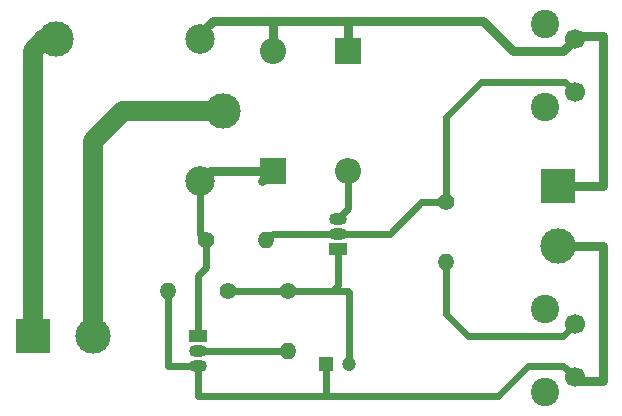
<source format=gbr>
%TF.GenerationSoftware,KiCad,Pcbnew,6.0.11+dfsg-1*%
%TF.CreationDate,2023-09-10T04:50:11+01:00*%
%TF.ProjectId,latch,6c617463-682e-46b6-9963-61645f706362,rev?*%
%TF.SameCoordinates,Original*%
%TF.FileFunction,Copper,L2,Bot*%
%TF.FilePolarity,Positive*%
%FSLAX46Y46*%
G04 Gerber Fmt 4.6, Leading zero omitted, Abs format (unit mm)*
G04 Created by KiCad (PCBNEW 6.0.11+dfsg-1) date 2023-09-10 04:50:11*
%MOMM*%
%LPD*%
G01*
G04 APERTURE LIST*
%TA.AperFunction,ComponentPad*%
%ADD10C,1.400000*%
%TD*%
%TA.AperFunction,ComponentPad*%
%ADD11O,1.400000X1.400000*%
%TD*%
%TA.AperFunction,ComponentPad*%
%ADD12R,2.200000X2.200000*%
%TD*%
%TA.AperFunction,ComponentPad*%
%ADD13O,2.200000X2.200000*%
%TD*%
%TA.AperFunction,ComponentPad*%
%ADD14C,2.400000*%
%TD*%
%TA.AperFunction,ComponentPad*%
%ADD15C,1.700000*%
%TD*%
%TA.AperFunction,ComponentPad*%
%ADD16C,3.000000*%
%TD*%
%TA.AperFunction,ComponentPad*%
%ADD17C,2.500000*%
%TD*%
%TA.AperFunction,ComponentPad*%
%ADD18R,1.500000X1.050000*%
%TD*%
%TA.AperFunction,ComponentPad*%
%ADD19O,1.500000X1.050000*%
%TD*%
%TA.AperFunction,ComponentPad*%
%ADD20R,1.200000X1.200000*%
%TD*%
%TA.AperFunction,ComponentPad*%
%ADD21C,1.200000*%
%TD*%
%TA.AperFunction,ComponentPad*%
%ADD22R,3.000000X3.000000*%
%TD*%
%TA.AperFunction,Conductor*%
%ADD23C,0.800000*%
%TD*%
%TA.AperFunction,Conductor*%
%ADD24C,0.600000*%
%TD*%
%TA.AperFunction,Conductor*%
%ADD25C,1.700000*%
%TD*%
G04 APERTURE END LIST*
D10*
%TO.P,R2,1*%
%TO.N,Net-(C1-Pad2)*%
X125730000Y-97790000D03*
D11*
%TO.P,R2,2*%
%TO.N,+9V*%
X120650000Y-97790000D03*
%TD*%
D12*
%TO.P,D2,1,K*%
%TO.N,Net-(D2-Pad1)*%
X129540000Y-87630000D03*
D13*
%TO.P,D2,2,A*%
%TO.N,GND*%
X129540000Y-77470000D03*
%TD*%
D14*
%TO.P,SW2,*%
%TO.N,*%
X152635000Y-82239999D03*
X152635000Y-75239999D03*
D15*
%TO.P,SW2,1,A*%
%TO.N,GND*%
X155135000Y-76489999D03*
%TO.P,SW2,2,B*%
%TO.N,Net-(Q1-Pad2)*%
X155135000Y-80989999D03*
%TD*%
D16*
%TO.P,K1,1*%
%TO.N,Net-(J1-Pad2)*%
X125340000Y-82550000D03*
D17*
%TO.P,K1,2*%
%TO.N,GND*%
X123390000Y-76500000D03*
D16*
%TO.P,K1,3*%
%TO.N,Net-(J1-Pad1)*%
X111190000Y-76500000D03*
D17*
%TO.P,K1,5*%
%TO.N,Net-(D2-Pad1)*%
X123390000Y-88500000D03*
%TD*%
D12*
%TO.P,D1,1,K*%
%TO.N,GND*%
X135970000Y-77470000D03*
D13*
%TO.P,D1,2,A*%
%TO.N,Net-(D1-Pad2)*%
X135970000Y-87630000D03*
%TD*%
D18*
%TO.P,Q1,1,C*%
%TO.N,Net-(C1-Pad2)*%
X135068648Y-94232117D03*
D19*
%TO.P,Q1,2,B*%
%TO.N,Net-(Q1-Pad2)*%
X135068648Y-92962117D03*
%TO.P,Q1,3,E*%
%TO.N,Net-(D1-Pad2)*%
X135068648Y-91692117D03*
%TD*%
D10*
%TO.P,R1,1*%
%TO.N,Net-(Q1-Pad2)*%
X144230000Y-90290000D03*
D11*
%TO.P,R1,2*%
%TO.N,Net-(R1-Pad2)*%
X144230000Y-95370000D03*
%TD*%
D20*
%TO.P,C1,1*%
%TO.N,+9V*%
X134040000Y-104030000D03*
D21*
%TO.P,C1,2*%
%TO.N,Net-(C1-Pad2)*%
X136040000Y-104030000D03*
%TD*%
D14*
%TO.P,SW1,*%
%TO.N,*%
X152635000Y-99369998D03*
X152635000Y-106369998D03*
D15*
%TO.P,SW1,1,A*%
%TO.N,Net-(R1-Pad2)*%
X155135000Y-100619998D03*
%TO.P,SW1,2,B*%
%TO.N,+9V*%
X155135000Y-105119998D03*
%TD*%
D22*
%TO.P,J1,1,Pin_1*%
%TO.N,Net-(J1-Pad1)*%
X109220000Y-101600000D03*
D16*
%TO.P,J1,2,Pin_2*%
%TO.N,Net-(J1-Pad2)*%
X114300000Y-101600000D03*
%TD*%
D22*
%TO.P,J2,1,Pin_1*%
%TO.N,GND*%
X153670000Y-88900000D03*
D16*
%TO.P,J2,2,Pin_2*%
%TO.N,+9V*%
X153670000Y-93980000D03*
%TD*%
D10*
%TO.P,R4,1*%
%TO.N,Net-(C1-Pad2)*%
X130810000Y-97790000D03*
D11*
%TO.P,R4,2*%
%TO.N,Net-(Q2-Pad2)*%
X130810000Y-102870000D03*
%TD*%
D18*
%TO.P,Q2,1,C*%
%TO.N,Net-(D2-Pad1)*%
X123190000Y-101600000D03*
D19*
%TO.P,Q2,2,B*%
%TO.N,Net-(Q2-Pad2)*%
X123190000Y-102870000D03*
%TO.P,Q2,3,E*%
%TO.N,+9V*%
X123190000Y-104140000D03*
%TD*%
D10*
%TO.P,R3,1*%
%TO.N,Net-(D2-Pad1)*%
X123930000Y-93510000D03*
D11*
%TO.P,R3,2*%
%TO.N,Net-(Q1-Pad2)*%
X129010000Y-93510000D03*
%TD*%
D23*
%TO.N,+9V*%
X157480000Y-105410000D02*
X155425002Y-105410000D01*
X155425002Y-105410000D02*
X155135000Y-105119998D01*
D24*
X133350000Y-106680000D02*
X134040000Y-106680000D01*
X120650000Y-97790000D02*
X120650000Y-104140000D01*
X123190000Y-104140000D02*
X123190000Y-106680000D01*
X123190000Y-106680000D02*
X133350000Y-106680000D01*
D23*
X157480000Y-93980000D02*
X157480000Y-105410000D01*
D24*
X120650000Y-104140000D02*
X123190000Y-104140000D01*
D23*
X153670000Y-93980000D02*
X157480000Y-93980000D01*
D24*
X148590000Y-106680000D02*
X133350000Y-106680000D01*
X151130000Y-104140000D02*
X148590000Y-106680000D01*
X154155002Y-104140000D02*
X155135000Y-105119998D01*
X134040000Y-106680000D02*
X134040000Y-104030000D01*
X151130000Y-104140000D02*
X154155002Y-104140000D01*
%TO.N,Net-(C1-Pad2)*%
X125730000Y-97790000D02*
X130810000Y-97790000D01*
X134620000Y-97790000D02*
X130810000Y-97790000D01*
X135068648Y-94232117D02*
X135068648Y-97341352D01*
X135890000Y-97790000D02*
X136040000Y-97940000D01*
X134620000Y-97790000D02*
X135890000Y-97790000D01*
X135068648Y-97341352D02*
X134620000Y-97790000D01*
X136040000Y-97940000D02*
X136040000Y-104030000D01*
D23*
%TO.N,GND*%
X149860000Y-77470000D02*
X154154999Y-77470000D01*
X135970000Y-74930000D02*
X129540000Y-74930000D01*
X154154999Y-77470000D02*
X155135000Y-76489999D01*
X155424999Y-76200000D02*
X157480000Y-76200000D01*
X157480000Y-76200000D02*
X157480000Y-88900000D01*
X135970000Y-74930000D02*
X147320000Y-74930000D01*
X129540000Y-77470000D02*
X129540000Y-74930000D01*
X155135000Y-76489999D02*
X155424999Y-76200000D01*
X135970000Y-77470000D02*
X135970000Y-74930000D01*
X157480000Y-88900000D02*
X153670000Y-88900000D01*
X147320000Y-74930000D02*
X149860000Y-77470000D01*
X129540000Y-74930000D02*
X124460000Y-74930000D01*
X123390000Y-76000000D02*
X123390000Y-76500000D01*
X124460000Y-74930000D02*
X123390000Y-76000000D01*
D24*
%TO.N,Net-(D1-Pad2)*%
X135970000Y-87630000D02*
X135970000Y-90790765D01*
X135970000Y-90790765D02*
X135068648Y-91692117D01*
%TO.N,Net-(D2-Pad1)*%
X123390000Y-92970000D02*
X123930000Y-93510000D01*
X123190000Y-96520000D02*
X123190000Y-101600000D01*
D23*
X128670000Y-88500000D02*
X129540000Y-87630000D01*
X129540000Y-87630000D02*
X124260000Y-87630000D01*
D24*
X123930000Y-95780000D02*
X123190000Y-96520000D01*
X123930000Y-93510000D02*
X123930000Y-95780000D01*
D23*
X124260000Y-87630000D02*
X123390000Y-88500000D01*
D24*
X123390000Y-88500000D02*
X123390000Y-92970000D01*
D25*
%TO.N,Net-(J1-Pad1)*%
X109220000Y-77470000D02*
X109220000Y-101600000D01*
X110190000Y-76500000D02*
X109220000Y-77470000D01*
X111190000Y-76500000D02*
X110190000Y-76500000D01*
%TO.N,Net-(J1-Pad2)*%
X125340000Y-82550000D02*
X116840000Y-82550000D01*
X116840000Y-82550000D02*
X114300000Y-85090000D01*
X114300000Y-85090000D02*
X114300000Y-101600000D01*
D24*
%TO.N,Net-(Q1-Pad2)*%
X154285000Y-80139999D02*
X155135000Y-80989999D01*
X129557883Y-92962117D02*
X129010000Y-93510000D01*
X139447883Y-92962117D02*
X142120000Y-90290000D01*
X135068648Y-92962117D02*
X129557883Y-92962117D01*
X135068648Y-92962117D02*
X139447883Y-92962117D01*
X142120000Y-90290000D02*
X144230000Y-90290000D01*
X144230000Y-83100000D02*
X147190001Y-80139999D01*
X147190001Y-80139999D02*
X154285000Y-80139999D01*
X144230000Y-90290000D02*
X144230000Y-83100000D01*
%TO.N,Net-(Q2-Pad2)*%
X123190000Y-102870000D02*
X130810000Y-102870000D01*
%TO.N,Net-(R1-Pad2)*%
X146050000Y-101600000D02*
X154154998Y-101600000D01*
X154154998Y-101600000D02*
X155135000Y-100619998D01*
X144230000Y-95370000D02*
X144230000Y-99780000D01*
X144230000Y-99780000D02*
X146050000Y-101600000D01*
%TD*%
M02*

</source>
